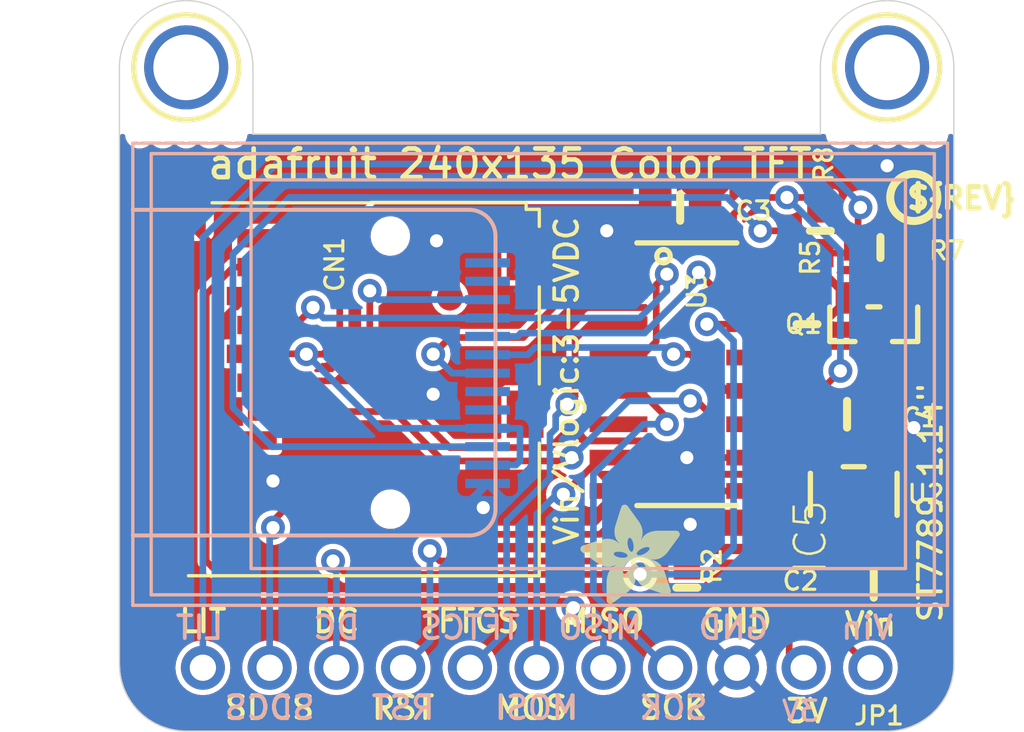
<source format=kicad_pcb>
(kicad_pcb (version 20221018) (generator pcbnew)
  (layers (0 "F.Cu" signal) (31 "B.Cu" signal) (34 "B.Paste" user) (35 "F.Paste" user) (36 "B.SilkS" user "B.Silkscreen") (37 "F.SilkS" user "F.Silkscreen") (38 "B.Mask" user) (39 "F.Mask" user) (44 "Edge.Cuts" user))
  (net 0 "")
  (net 1 "GND")
  (net 2 "3.3V")
  (net 3 "TFTCS_3V")
  (net 4 "SCK")
  (net 5 "MOSI")
  (net 6 "DC")
  (net 7 "SCK_3V")
  (net 8 "~{TFTRST_3V}")
  (net 9 "DC_3V")
  (net 10 "VIN")
  (net 11 "SDCS")
  (net 12 "N$1")
  (net 13 "LED_K")
  (net 14 "N$5")
  (net 15 "MISO_3V")
  (net 16 "MOSI_3V")
  (net 17 "SDCS_3V")
  (net 18 "~{TFTRST}")
  (net 19 "BACKLIGHT")
  (net 20 "TFTCS")
  (footprint "" (layer "F.Cu") (at 161.8361 96.1771)
    (fp_text reference "@HOLE7" hide)
    (fp_text value "" (at 0 0) (layer "F.SilkS") (effects (font (size 1.27 1.27))))
    (pad "" np_thru_hole circle (at 0 0) (size 0.6 0.6) (drill 0.6) (layers "*.Cu" "*.Mask"))
  )
  (footprint "working:0603-NO" (layer "F.Cu") (at 154.2161 113.4491 -90)
    (fp_text reference "R2" (at -1.5875 -0.9525 90) (layer "F.SilkS") (effects (font (size 0.692831 0.692831) (thickness 0.119969)) (justify right)))
    (fp_text value "10K")
    (pad "1" smd rect (at -0.85 0 270) (size 1.075 1) (layers "F.Cu" "F.Paste" "F.Mask") (net 18 "~{TFTRST}"))
    (pad "2" smd rect (at 0.85 0 270) (size 1.075 1) (layers "F.Cu" "F.Paste" "F.Mask") (net 2 "3.3V"))
  )
  (footprint "working:0805-NO" (layer "F.Cu") (at 160.3121 106.8451)
    (fp_text reference "C1" (at 2.032 0.127) (layer "F.SilkS") (effects (font (size 0.692831 0.692831) (thickness 0.119969)) (justify left)))
    (fp_text value "10µF")
    (pad "1" smd rect (at -0.95 0) (size 1.24 1.5) (layers "F.Cu" "F.Paste" "F.Mask") (net 2 "3.3V"))
    (pad "2" smd rect (at 0.95 0) (size 1.24 1.5) (layers "F.Cu" "F.Paste" "F.Mask") (net 1 "GND"))
  )
  (footprint "working:SOT23-5" (layer "F.Cu") (at 160.5661 109.8931)
    (fp_text reference "U2" (at 1.978 0) (layer "F.SilkS") (effects (font (size 0.692831 0.692831) (thickness 0.119969)) (justify left)))
    (fp_text value "MIC5225-3.3")
    (pad "1" smd rect (at -0.95 1.3001) (size 0.55 1.2) (layers "F.Cu" "F.Paste" "F.Mask") (net 10 "VIN"))
    (pad "2" smd rect (at 0 1.3001) (size 0.55 1.2) (layers "F.Cu" "F.Paste" "F.Mask") (net 1 "GND"))
    (pad "3" smd rect (at 0.95 1.3001) (size 0.55 1.2) (layers "F.Cu" "F.Paste" "F.Mask") (net 10 "VIN"))
    (pad "4" smd rect (at 0.95 -1.3001) (size 0.55 1.2) (layers "F.Cu" "F.Paste" "F.Mask"))
    (pad "5" smd rect (at -0.95 -1.3001) (size 0.55 1.2) (layers "F.Cu" "F.Paste" "F.Mask") (net 2 "3.3V"))
  )
  (footprint "" (layer "F.Cu") (at 135.1661 96.1771)
    (fp_text reference "@HOLE2" hide)
    (fp_text value "" (at 0 0) (layer "F.SilkS") (effects (font (size 1.27 1.27))))
    (pad "" np_thru_hole circle (at 0 0) (size 0.6 0.6) (drill 0.6) (layers "*.Cu" "*.Mask"))
  )
  (footprint "working:0603-NO" (layer "F.Cu") (at 161.5821 100.4951)
    (fp_text reference "R7" (at 1.778 0.127) (layer "F.SilkS") (effects (font (size 0.692831 0.692831) (thickness 0.119969)) (justify left)))
    (fp_text value "1K")
    (pad "1" smd rect (at -0.85 0) (size 1.075 1) (layers "F.Cu" "F.Paste" "F.Mask") (net 19 "BACKLIGHT"))
    (pad "2" smd rect (at 0.85 0) (size 1.075 1) (layers "F.Cu" "F.Paste" "F.Mask") (net 12 "N$1"))
  )
  (footprint "working:0805-NO" (layer "F.Cu") (at 161.3281 113.3221 180)
    (fp_text reference "C2" (at 2.032 0.127) (layer "F.SilkS") (effects (font (size 0.692831 0.692831) (thickness 0.119969)) (justify right)))
    (fp_text value "10µF")
    (pad "1" smd rect (at -0.95 0 180) (size 1.24 1.5) (layers "F.Cu" "F.Paste" "F.Mask") (net 10 "VIN"))
    (pad "2" smd rect (at 0.95 0 180) (size 1.24 1.5) (layers "F.Cu" "F.Paste" "F.Mask") (net 1 "GND"))
  )
  (footprint "working:MICROSD" (layer "F.Cu") (at 148.5011 98.8441 -90)
    (fp_text reference "CN1" (at 1.18 7.69 90) (layer "F.SilkS") (effects (font (size 0.692831 0.692831) (thickness 0.119969)) (justify right)))
    (fp_text value "")
    (pad "1" smd rect (at 9 10.64 270) (size 0.7 1.5) (layers "F.Cu" "F.Paste" "F.Mask"))
    (pad "2" smd rect (at 7.9 10.24 270) (size 0.7 1.5) (layers "F.Cu" "F.Paste" "F.Mask") (net 17 "SDCS_3V"))
    (pad "3" smd rect (at 6.8 10.64 270) (size 0.7 1.5) (layers "F.Cu" "F.Paste" "F.Mask") (net 16 "MOSI_3V"))
    (pad "4" smd rect (at 5.7 11.04 270) (size 0.7 1.5) (layers "F.Cu" "F.Paste" "F.Mask") (net 2 "3.3V"))
    (pad "5" smd rect (at 4.6 10.64 270) (size 0.7 1.5) (layers "F.Cu" "F.Paste" "F.Mask") (net 7 "SCK_3V"))
    (pad "6" smd rect (at 3.5 11.04 270) (size 0.7 1.5) (layers "F.Cu" "F.Paste" "F.Mask") (net 1 "GND"))
    (pad "7" smd rect (at 2.4 10.64 270) (size 0.7 1.5) (layers "F.Cu" "F.Paste" "F.Mask") (net 15 "MISO_3V"))
    (pad "8" smd rect (at 1.3 10.64 270) (size 0.7 1.5) (layers "F.Cu" "F.Paste" "F.Mask"))
    (pad "CD1" smd rect (at 2 0.44) (size 1.4 1.8) (layers "F.Cu" "F.Paste" "F.Mask"))
    (pad "CD2" smd rect (at 8 0.44) (size 1.4 1.8) (layers "F.Cu" "F.Paste" "F.Mask"))
    (pad "MT1" smd rect (at 0.4 13.54 270) (size 1.4 1.9) (layers "F.Cu" "F.Paste" "F.Mask") (net 1 "GND"))
    (pad "MT2" smd rect (at 13.6 14.44 270) (size 1.4 1.9) (layers "F.Cu" "F.Paste" "F.Mask") (net 1 "GND"))
  )
  (footprint "working:1X11_ROUND" (layer "F.Cu") (at 148.5011 116.4971 180)
    (fp_text reference "JP1" (at -14.0462 -1.8288) (layer "F.SilkS") (effects (font (size 0.692831 0.692831) (thickness 0.119969)) (justify right)))
    (fp_text value "")
    (pad "1" thru_hole circle (at -12.7 0 270) (size 1.6764 1.6764) (drill 1) (layers "*.Cu" "*.Mask") (net 10 "VIN"))
    (pad "2" thru_hole circle (at -10.16 0 270) (size 1.6764 1.6764) (drill 1) (layers "*.Cu" "*.Mask") (net 2 "3.3V"))
    (pad "3" thru_hole circle (at -7.62 0 270) (size 1.6764 1.6764) (drill 1) (layers "*.Cu" "*.Mask") (net 1 "GND"))
    (pad "4" thru_hole circle (at -5.08 0 270) (size 1.6764 1.6764) (drill 1) (layers "*.Cu" "*.Mask") (net 4 "SCK"))
    (pad "5" thru_hole circle (at -2.54 0 270) (size 1.6764 1.6764) (drill 1) (layers "*.Cu" "*.Mask") (net 15 "MISO_3V"))
    (pad "6" thru_hole circle (at 0 0 270) (size 1.6764 1.6764) (drill 1) (layers "*.Cu" "*.Mask") (net 5 "MOSI"))
    (pad "7" thru_hole circle (at 2.54 0 270) (size 1.6764 1.6764) (drill 1) (layers "*.Cu" "*.Mask") (net 20 "TFTCS"))
    (pad "8" thru_hole circle (at 5.08 0 270) (size 1.6764 1.6764) (drill 1) (layers "*.Cu" "*.Mask") (net 18 "~{TFTRST}"))
    (pad "9" thru_hole circle (at 7.62 0 270) (size 1.6764 1.6764) (drill 1) (layers "*.Cu" "*.Mask") (net 6 "DC"))
    (pad "10" thru_hole circle (at 10.16 0 270) (size 1.6764 1.6764) (drill 1) (layers "*.Cu" "*.Mask") (net 11 "SDCS"))
    (pad "11" thru_hole circle (at 12.7 0 270) (size 1.6764 1.6764) (drill 1) (layers "*.Cu" "*.Mask") (net 19 "BACKLIGHT"))
  )
  (footprint "working:0603-NO" (layer "F.Cu") (at 158.7881 103.4161 90)
    (fp_text reference "R5" (at 1.778 0.127 90) (layer "F.SilkS") (effects (font (size 0.692831 0.692831) (thickness 0.119969)) (justify left)))
    (fp_text value "22")
    (pad "1" smd rect (at -0.85 0 90) (size 1.075 1) (layers "F.Cu" "F.Paste" "F.Mask") (net 14 "N$5"))
    (pad "2" smd rect (at 0.85 0 90) (size 1.075 1) (layers "F.Cu" "F.Paste" "F.Mask") (net 13 "LED_K"))
  )
  (footprint "" (layer "F.Cu") (at 163.6141 96.1771)
    (fp_text reference "@HOLE5" hide)
    (fp_text value "" (at 0 0) (layer "F.SilkS") (effects (font (size 1.27 1.27))))
    (pad "" np_thru_hole circle (at 0 0) (size 0.6 0.6) (drill 0.6) (layers "*.Cu" "*.Mask"))
  )
  (footprint "" (layer "F.Cu") (at 136.0551 96.1771)
    (fp_text reference "@HOLE1" hide)
    (fp_text value "" (at 0 0) (layer "F.SilkS") (effects (font (size 1.27 1.27))))
    (pad "" np_thru_hole circle (at 0 0) (size 0.6 0.6) (drill 0.6) (layers "*.Cu" "*.Mask"))
  )
  (footprint "working:FIDUCIAL_1MM" (layer "F.Cu") (at 134.1501 110.1471)
    (fp_text reference "FID1" hide)
    (fp_text value "FIDUCIAL_1MM" hide)
    (pad "1" smd roundrect (at 0 0) (size 1 1) (layers "F.Cu" "F.Mask") (roundrect_rratio 0.5))
  )
  (footprint "working:PCBFEAT-REV-040" (layer "F.Cu") (at 162.8521 98.5901)
    (fp_text reference "U$6" hide)
    (fp_text value "" hide)
    (fp_text user "${REV}" (at -0.3556 0.508) (layer "F.SilkS") (effects (font (size 0.8128 0.8128) (thickness 0.2032)) (justify left bottom)))
  )
  (footprint "" (layer "F.Cu") (at 136.9441 96.1771)
    (fp_text reference "@HOLE0" hide)
    (fp_text value "" (at 0 0) (layer "F.SilkS") (effects (font (size 1.27 1.27))))
    (pad "" np_thru_hole circle (at 0 0) (size 0.6 0.6) (drill 0.6) (layers "*.Cu" "*.Mask"))
  )
  (footprint "working:MOUNTINGHOLE_2.5_PLATED" (layer "F.Cu") (at 161.8361 93.6371)
    (fp_text reference "U$10" hide)
    (fp_text value "MOUNTINGHOLE2.5" hide)
    (pad "P$1" thru_hole circle (at 0 0) (size 3.2 3.2) (drill 2.5) (layers "*.Cu" "*.Mask"))
    (zone (net 0) (net_name "") (layer "F.Cu") (connect_pads (clearance 0)) (min_thickness 0.25)
      (keepout (tracks not_allowed) (vias not_allowed) (pads not_allowed) (copperpour not_allowed) (footprints allowed))
      (fill (thermal_gap 0.5) (thermal_bridge_width 0.5))
      (polygon (pts (xy 163.8521 93.6371) (xy 163.83248 93.356527) (xy 163.774004 93.081415) (xy 163.677808 92.817119) (xy 163.545765 92.568783) (xy 163.380446 92.34124) (xy 163.185067 92.13892) (xy 162.963433 91.96576) (xy 162.719856 91.825131) (xy 162.459078 91.71977) (xy 162.186175 91.651728) (xy 161.906457 91.622328) (xy 161.625371 91.632144) (xy 161.348385 91.680984) (xy 161.080893 91.767897) (xy 160.8281 91.891193) (xy 160.594926 92.04847) (xy 160.385911 92.236669) (xy 160.205122 92.452125) (xy 160.056078 92.690645) (xy 159.94168 92.947587) (xy 159.864154 93.21795) (xy 159.825011 93.496471) (xy 159.825011 93.777729) (xy 159.864154 94.05625) (xy 159.94168 94.326613) (xy 160.056078 94.583555) (xy 160.205122 94.822075) (xy 160.385911 95.037531) (xy 160.594926 95.22573) (xy 160.8281 95.383007) (xy 161.080893 95.506303) (xy 161.348385 95.593216) (xy 161.625371 95.642056) (xy 161.906457 95.651872) (xy 162.186175 95.622472) (xy 162.459078 95.55443) (xy 162.719856 95.449069) (xy 162.963433 95.30844) (xy 163.185067 95.13528) (xy 163.380446 94.93296) (xy 163.545765 94.705417) (xy 163.677808 94.457081) (xy 163.774004 94.192785) (xy 163.83248 93.917673)))
      (polygon (pts (xy 161.8201 93.6371) (xy 161.824786 93.648414) (xy 161.8361 93.6531) (xy 161.847414 93.648414) (xy 161.8521 93.6371) (xy 161.847414 93.625786) (xy 161.8361 93.6211) (xy 161.824786 93.625786)))
    )
    (zone (net 0) (net_name "") (layer "B.Cu") (connect_pads (clearance 0)) (min_thickness 0.25)
      (keepout (tracks not_allowed) (vias not_allowed) (pads not_allowed) (copperpour not_allowed) (footprints allowed))
      (fill (thermal_gap 0.5) (thermal_bridge_width 0.5))
      (polygon (pts (xy 163.8521 93.6371) (xy 163.83248 93.356527) (xy 163.774004 93.081415) (xy 163.677808 92.817119) (xy 163.545765 92.568783) (xy 163.380446 92.34124) (xy 163.185067 92.13892) (xy 162.963433 91.96576) (xy 162.719856 91.825131) (xy 162.459078 91.71977) (xy 162.186175 91.651728) (xy 161.906457 91.622328) (xy 161.625371 91.632144) (xy 161.348385 91.680984) (xy 161.080893 91.767897) (xy 160.8281 91.891193) (xy 160.594926 92.04847) (xy 160.385911 92.236669) (xy 160.205122 92.452125) (xy 160.056078 92.690645) (xy 159.94168 92.947587) (xy 159.864154 93.21795) (xy 159.825011 93.496471) (xy 159.825011 93.777729) (xy 159.864154 94.05625) (xy 159.94168 94.326613) (xy 160.056078 94.583555) (xy 160.205122 94.822075) (xy 160.385911 95.037531) (xy 160.594926 95.22573) (xy 160.8281 95.383007) (xy 161.080893 95.506303) (xy 161.348385 95.593216) (xy 161.625371 95.642056) (xy 161.906457 95.651872) (xy 162.186175 95.622472) (xy 162.459078 95.55443) (xy 162.719856 95.449069) (xy 162.963433 95.30844) (xy 163.185067 95.13528) (xy 163.380446 94.93296) (xy 163.545765 94.705417) (xy 163.677808 94.457081) (xy 163.774004 94.192785) (xy 163.83248 93.917673)))
      (polygon (pts (xy 161.8201 93.6371) (xy 161.824786 93.648414) (xy 161.8361 93.6531) (xy 161.847414 93.648414) (xy 161.8521 93.6371) (xy 161.847414 93.625786) (xy 161.8361 93.6211) (xy 161.824786 93.625786)))
    )
  )
  (footprint "" (layer "F.Cu") (at 162.7251 96.1771)
    (fp_text reference "@HOLE6" hide)
    (fp_text value "" (at 0 0) (layer "F.SilkS") (effects (font (size 1.27 1.27))))
    (pad "" np_thru_hole circle (at 0 0) (size 0.6 0.6) (drill 0.6) (layers "*.Cu" "*.Mask"))
  )
  (footprint "working:ADAFRUIT_3.5MM" (layer "F.Cu") (at 153.9621 114.0841 90)
    (fp_text reference "U$4" hide)
    (fp_text value "MICROSD" hide)
  )
  (footprint "" (layer "F.Cu") (at 133.3881 96.1771)
    (fp_text reference "@HOLE4" hide)
    (fp_text value "" (at 0 0) (layer "F.SilkS") (effects (font (size 1.27 1.27))))
    (pad "" np_thru_hole circle (at 0 0) (size 0.6 0.6) (drill 0.6) (layers "*.Cu" "*.Mask"))
  )
  (footprint "working:0805-NO" (layer "F.Cu") (at 153.9621 98.9711)
    (fp_text reference "C3" (at 2.032 0.127) (layer "F.SilkS") (effects (font (size 0.692831 0.692831) (thickness 0.119969)) (justify left)))
    (fp_text value "0.1uF")
    (pad "1" smd rect (at -0.95 0) (size 1.24 1.5) (layers "F.Cu" "F.Paste" "F.Mask") (net 2 "3.3V"))
    (pad "2" smd rect (at 0.95 0) (size 1.24 1.5) (layers "F.Cu" "F.Paste" "F.Mask") (net 1 "GND"))
  )
  (footprint "working:SOT23" (layer "F.Cu") (at 157.0101 111.9251 -90)
    (fp_text reference "IC5" (at -1.905 -1.905 90) (layer "F.SilkS") (effects (font (size 1.176528 1.176528) (thickness 0.093472)) (justify right)))
    (fp_text value "APX803")
    (pad "1" smd rect (at -0.95 1.1 270) (size 1 1.4) (layers "F.Cu" "F.Paste" "F.Mask") (net 1 "GND"))
    (pad "2" smd rect (at 0.95 1.1 270) (size 1 1.4) (layers "F.Cu" "F.Paste" "F.Mask") (net 18 "~{TFTRST}"))
    (pad "3" smd rect (at 0 -1.1 270) (size 1 1.4) (layers "F.Cu" "F.Paste" "F.Mask") (net 2 "3.3V"))
  )
  (footprint "" (layer "F.Cu") (at 160.0581 96.1771)
    (fp_text reference "@HOLE9" hide)
    (fp_text value "" (at 0 0) (layer "F.SilkS") (effects (font (size 1.27 1.27))))
    (pad "" np_thru_hole circle (at 0 0) (size 0.6 0.6) (drill 0.6) (layers "*.Cu" "*.Mask"))
  )
  (footprint "working:FIDUCIAL_1MM" (layer "F.Cu") (at 145.1991 102.4001)
    (fp_text reference "FID2" hide)
    (fp_text value "FIDUCIAL_1MM" hide)
    (pad "1" smd roundrect (at 0 0) (size 1 1) (layers "F.Cu" "F.Mask") (roundrect_rratio 0.5))
  )
  (footprint "" (layer "F.Cu") (at 160.9471 96.1771)
    (fp_text reference "@HOLE8" hide)
    (fp_text value "" (at 0 0) (layer "F.SilkS") (effects (font (size 1.27 1.27))))
    (pad "" np_thru_hole circle (at 0 0) (size 0.6 0.6) (drill 0.6) (layers "*.Cu" "*.Mask"))
  )
  (footprint "working:SOIC16" (layer "F.Cu") (at 154.2161 105.3211 -90)
    (fp_text reference "U3" (at -3.937 -0.381 90) (layer "F.SilkS") (effects (font (size 0.692831 0.692831) (thickness 0.119969)) (justify right)))
    (fp_text value "74HC4050D")
    (pad "1" smd rect (at -4.445 2.6 270) (size 0.6 2.2) (layers "F.Cu" "F.Paste" "F.Mask") (net 2 "3.3V"))
    (pad "2" smd rect (at -3.175 2.6 270) (size 0.6 2.2) (layers "F.Cu" "F.Paste" "F.Mask") (net 3 "TFTCS_3V"))
    (pad "3" smd rect (at -1.905 2.6 270) (size 0.6 2.2) (layers "F.Cu" "F.Paste" "F.Mask") (net 20 "TFTCS"))
    (pad "4" smd rect (at -0.635 2.6 270) (size 0.6 2.2) (layers "F.Cu" "F.Paste" "F.Mask") (net 7 "SCK_3V"))
    (pad "5" smd rect (at 0.635 2.6 270) (size 0.6 2.2) (layers "F.Cu" "F.Paste" "F.Mask") (net 4 "SCK"))
    (pad "6" smd rect (at 1.905 2.6 270) (size 0.6 2.2) (layers "F.Cu" "F.Paste" "F.Mask") (net 16 "MOSI_3V"))
    (pad "7" smd rect (at 3.175 2.6 270) (size 0.6 2.2) (layers "F.Cu" "F.Paste" "F.Mask") (net 5 "MOSI"))
    (pad "8" smd rect (at 4.445 2.6 270) (size 0.6 2.2) (layers "F.Cu" "F.Paste" "F.Mask") (net 1 "GND"))
    (pad "9" smd rect (at 4.445 -2.6 270) (size 0.6 2.2) (layers "F.Cu" "F.Paste" "F.Mask") (net 11 "SDCS"))
    (pad "10" smd rect (at 3.175 -2.6 270) (size 0.6 2.2) (layers "F.Cu" "F.Paste" "F.Mask") (net 17 "SDCS_3V"))
    (pad "11" smd rect (at 1.905 -2.6 270) (size 0.6 2.2) (layers "F.Cu" "F.Paste" "F.Mask") (net 18 "~{TFTRST}"))
    (pad "12" smd rect (at 0.635 -2.6 270) (size 0.6 2.2) (layers "F.Cu" "F.Paste" "F.Mask") (net 8 "~{TFTRST_3V}"))
    (pad "13" smd rect (at -0.635 -2.6 270) (size 0.6 2.2) (layers "F.Cu" "F.Paste" "F.Mask"))
    (pad "14" smd rect (at -1.905 -2.6 270) (size 0.6 2.2) (layers "F.Cu" "F.Paste" "F.Mask") (net 6 "DC"))
    (pad "15" smd rect (at -3.175 -2.6 270) (size 0.6 2.2) (layers "F.Cu" "F.Paste" "F.Mask") (net 9 "DC_3V"))
    (pad "16" smd rect (at -4.445 -2.6 270) (size 0.6 2.2) (layers "F.Cu" "F.Paste" "F.Mask"))
  )
  (footprint "working:0603-NO" (layer "F.Cu") (at 159.2961 99.8601 90)
    (fp_text reference "R8" (at 1.778 0.127 90) (layer "F.SilkS") (effects (font (size 0.692831 0.692831) (thickness 0.119969)) (justify left)))
    (fp_text value "10K")
    (pad "1" smd rect (at -0.85 0 90) (size 1.075 1) (layers "F.Cu" "F.Paste" "F.Mask") (net 19 "BACKLIGHT"))
    (pad "2" smd rect (at 0.85 0 90) (size 1.075 1) (layers "F.Cu" "F.Paste" "F.Mask") (net 2 "3.3V"))
  )
  (footprint "working:SOT23-WIDE" (layer "F.Cu") (at 161.3281 103.4161 180)
    (fp_text reference "Q1" (at 1.905 0) (layer "F.SilkS") (effects (font (size 0.692831 0.692831) (thickness 0.119969)) (justify right)))
    (fp_text value "MMBT2222")
    (pad "1" smd rect (at -0.95 1 180) (size 1 1.2) (layers "F.Cu" "F.Paste" "F.Mask") (net 12 "N$1"))
    (pad "2" smd rect (at 0.95 1 180) (size 1 1.2) (layers "F.Cu" "F.Paste" "F.Mask") (net 1 "GND"))
    (pad "3" smd rect (at 0 -1 180) (size 1 1.2) (layers "F.Cu" "F.Paste" "F.Mask") (net 14 "N$5"))
  )
  (footprint "" (layer "F.Cu") (at 134.2771 96.1771)
    (fp_text reference "@HOLE3" hide)
    (fp_text value "" (at 0 0) (layer "F.SilkS") (effects (font (size 1.27 1.27))))
    (pad "" np_thru_hole circle (at 0 0) (size 0.6 0.6) (drill 0.6) (layers "*.Cu" "*.Mask"))
  )
  (footprint "working:MOUNTINGHOLE_2.5_PLATED" (layer "F.Cu") (at 135.1661 93.6371)
    (fp_text reference "U$9" hide)
    (fp_text value "MOUNTINGHOLE2.5" hide)
    (pad "P$1" thru_hole circle (at 0 0) (size 3.2 3.2) (drill 2.5) (layers "*.Cu" "*.Mask"))
    (zone (net 0) (net_name "") (layer "F.Cu") (connect_pads (clearance 0)) (min_thickness 0.25)
      (keepout (tracks not_allowed) (vias not_allowed) (pads not_allowed) (copperpour not_allowed) (footprints allowed))
      (fill (thermal_gap 0.5) (thermal_bridge_width 0.5))
      (polygon (pts (xy 137.1821 93.6371) (xy 137.16248 93.356527) (xy 137.104004 93.081415) (xy 137.007808 92.817119) (xy 136.875765 92.568783) (xy 136.710446 92.34124) (xy 136.515067 92.13892) (xy 136.293433 91.96576) (xy 136.049856 91.825131) (xy 135.789078 91.71977) (xy 135.516175 91.651728) (xy 135.236457 91.622328) (xy 134.955371 91.632144) (xy 134.678385 91.680984) (xy 134.410893 91.767897) (xy 134.1581 91.891193) (xy 133.924926 92.04847) (xy 133.715911 92.236669) (xy 133.535122 92.452125) (xy 133.386078 92.690645) (xy 133.27168 92.947587) (xy 133.194154 93.21795) (xy 133.155011 93.496471) (xy 133.155011 93.777729) (xy 133.194154 94.05625) (xy 133.27168 94.326613) (xy 133.386078 94.583555) (xy 133.535122 94.822075) (xy 133.715911 95.037531) (xy 133.924926 95.22573) (xy 134.1581 95.383007) (xy 134.410893 95.506303) (xy 134.678385 95.593216) (xy 134.955371 95.642056) (xy 135.236457 95.651872) (xy 135.516175 95.622472) (xy 135.789078 95.55443) (xy 136.049856 95.449069) (xy 136.293433 95.30844) (xy 136.515067 95.13528) (xy 136.710446 94.93296) (xy 136.875765 94.705417) (xy 137.007808 94.457081) (xy 137.104004 94.192785) (xy 137.16248 93.917673)))
      (polygon (pts (xy 135.1501 93.6371) (xy 135.154786 93.648414) (xy 135.1661 93.6531) (xy 135.177414 93.648414) (xy 135.1821 93.6371) (xy 135.177414 93.625786) (xy 135.1661 93.6211) (xy 135.154786 93.625786)))
    )
    (zone (net 0) (net_name "") (layer "B.Cu") (connect_pads (clearance 0)) (min_thickness 0.25)
      (keepout (tracks not_allowed) (vias not_allowed) (pads not_allowed) (copperpour not_allowed) (footprints allowed))
      (fill (thermal_gap 0.5) (thermal_bridge_width 0.5))
      (polygon (pts (xy 137.1821 93.6371) (xy 137.16248 93.356527) (xy 137.104004 93.081415) (xy 137.007808 92.817119) (xy 136.875765 92.568783) (xy 136.710446 92.34124) (xy 136.515067 92.13892) (xy 136.293433 91.96576) (xy 136.049856 91.825131) (xy 135.789078 91.71977) (xy 135.516175 91.651728) (xy 135.236457 91.622328) (xy 134.955371 91.632144) (xy 134.678385 91.680984) (xy 134.410893 91.767897) (xy 134.1581 91.891193) (xy 133.924926 92.04847) (xy 133.715911 92.236669) (xy 133.535122 92.452125) (xy 133.386078 92.690645) (xy 133.27168 92.947587) (xy 133.194154 93.21795) (xy 133.155011 93.496471) (xy 133.155011 93.777729) (xy 133.194154 94.05625) (xy 133.27168 94.326613) (xy 133.386078 94.583555) (xy 133.535122 94.822075) (xy 133.715911 95.037531) (xy 133.924926 95.22573) (xy 134.1581 95.383007) (xy 134.410893 95.506303) (xy 134.678385 95.593216) (xy 134.955371 95.642056) (xy 135.236457 95.651872) (xy 135.516175 95.622472) (xy 135.789078 95.55443) (xy 136.049856 95.449069) (xy 136.293433 95.30844) (xy 136.515067 95.13528) (xy 136.710446 94.93296) (xy 136.875765 94.705417) (xy 137.007808 94.457081) (xy 137.104004 94.192785) (xy 137.16248 93.917673)))
      (polygon (pts (xy 135.1501 93.6371) (xy 135.154786 93.648414) (xy 135.1661 93.6531) (xy 135.177414 93.648414) (xy 135.1821 93.6371) (xy 135.177414 93.625786) (xy 135.1661 93.6211) (xy 135.154786 93.625786)))
    )
  )
  (footprint "working:TFT_1.14IN_240X135_WRAPUNDER" (layer "B.Cu") (at 133.1341 105.3211 90)
    (fp_text reference "DISP1" hide)
    (fp_text value "DISP_LCD_GENERIC_SPI_1.14IN_240X135_WRAPUNDER" hide)
    (pad "" np_thru_hole circle (at -5.14 9.8 90) (size 1 1) (drill 1) (layers "*.Cu" "*.Mask"))
    (pad "" np_thru_hole circle (at 5.26 9.8 90) (size 1 1) (drill 1) (layers "*.Cu" "*.Mask"))
    (pad "1" smd rect (at 4.24 13.5 180) (size 1.7 0.35) (layers "B.Cu" "B.Mask"))
    (pad "2" smd rect (at 3.54 13.5 180) (size 1.7 0.35) (layers "B.Cu" "B.Mask"))
    (pad "3" smd rect (at 2.84 13.5 180) (size 1.7 0.35) (layers "B.Cu" "B.Mask") (net 16 "MOSI_3V"))
    (pad "4" smd rect (at 2.14 13.5 180) (size 1.7 0.35) (layers "B.Cu" "B.Mask") (net 7 "SCK_3V"))
    (pad "5" smd rect (at 1.44 13.5 180) (size 1.7 0.35) (layers "B.Cu" "B.Mask") (net 9 "DC_3V"))
    (pad "6" smd rect (at 0.74 13.5 180) (size 1.7 0.35) (layers "B.Cu" "B.Mask") (net 8 "~{TFTRST_3V}"))
    (pad "7" smd rect (at 0.04 13.5 180) (size 1.7 0.35) (layers "B.Cu" "B.Mask") (net 3 "TFTCS_3V"))
    (pad "8" smd rect (at -0.66 13.5 180) (size 1.7 0.35) (layers "B.Cu" "B.Mask") (net 1 "GND"))
    (pad "9" smd rect (at -1.36 13.5 180) (size 1.7 0.35) (layers "B.Cu" "B.Mask"))
    (pad "10" smd rect (at -2.06 13.5 180) (size 1.7 0.35) (layers "B.Cu" "B.Mask") (net 2 "3.3V"))
    (pad "11" smd rect (at -2.76 13.5 180) (size 1.7 0.35) (layers "B.Cu" "B.Mask") (net 13 "LED_K"))
    (pad "12" smd rect (at -3.46 13.5 180) (size 1.7 0.35) (layers "B.Cu" "B.Mask") (net 2 "3.3V"))
    (pad "13" smd rect (at -4.16 13.5 180) (size 1.7 0.35) (layers "B.Cu" "B.Mask") (net 1 "GND"))
  )
  (gr_arc (start 164.3761 116.3701) (mid 163.632151 118.166151) (end 161.8361 118.9101) (stroke (width 0.05)) (layer "Edge.Cuts"))
  (gr_line (start 164.3761 116.3701) (end 164.3761 93.6371) (stroke (width 0.05)) (layer "Edge.Cuts"))
  (gr_line (start 137.7061 93.6371) (end 137.7061 96.1771) (stroke (width 0.05)) (layer "Edge.Cuts"))
  (gr_arc (start 161.8361 91.0971) (mid 163.632151 91.841049) (end 164.3761 93.6371) (stroke (width 0.05)) (layer "Edge.Cuts"))
  (gr_line (start 159.2961 93.6371) (end 159.2961 96.1771) (stroke (width 0.05)) (layer "Edge.Cuts"))
  (gr_arc (start 159.2961 93.6371) (mid 160.040049 91.841049) (end 161.8361 91.0971) (stroke (width 0.05)) (layer "Edge.Cuts"))
  (gr_line (start 132.6261 116.3701) (end 132.6261 93.6371) (stroke (width 0.05)) (layer "Edge.Cuts"))
  (gr_arc (start 135.1661 91.0971) (mid 136.962151 91.841049) (end 137.706099 93.637101) (stroke (width 0.05)) (layer "Edge.Cuts"))
  (gr_arc (start 135.1661 118.9101) (mid 133.370049 118.166151) (end 132.6261 116.3701) (stroke (width 0.05)) (layer "Edge.Cuts"))
  (gr_line (start 135.1661 118.9101) (end 161.8361 118.9101) (stroke (width 0.05)) (layer "Edge.Cuts"))
  (gr_line (start 159.2961 96.1771) (end 137.7061 96.1771) (stroke (width 0.05)) (layer "Edge.Cuts"))
  (gr_arc (start 132.6261 93.6371) (mid 133.370049 91.841049) (end 135.1661 91.0971) (stroke (width 0.05)) (layer "Edge.Cuts"))
  (gr_text "RST" (at 143.4211 118.0211) (layer "B.SilkS") (effects (font (size 0.87376 0.87376) (thickness 0.14224)) (justify mirror)))
  (gr_text "DC" (at 140.8811 114.9731) (layer "B.SilkS") (effects (font (size 0.87376 0.87376) (thickness 0.14224)) (justify mirror)))
  (gr_text "SCK" (at 153.7081 118.0211) (layer "B.SilkS") (effects (font (size 0.87376 0.87376) (thickness 0.14224)) (justify mirror)))
  (gr_text "MISO" (at 150.9141 114.9731) (layer "B.SilkS") (effects (font (size 0.87376 0.87376) (thickness 0.14224)) (justify mirror)))
  (gr_text "LIT" (at 135.6741 114.9731) (layer "B.SilkS") (effects (font (size 0.87376 0.87376) (thickness 0.14224)) (justify mirror)))
  (gr_text "SDCS" (at 138.3411 118.0211) (layer "B.SilkS") (effects (font (size 0.87376 0.87376) (thickness 0.14224)) (justify mirror)))
  (gr_text "MOSI" (at 148.5011 118.0211) (layer "B.SilkS") (effects (font (size 0.87376 0.87376) (thickness 0.14224)) (justify mirror)))
  (gr_text "GND" (at 155.9941 114.9731) (layer "B.SilkS") (effects (font (size 0.87376 0.87376) (thickness 0.14224)) (justify mirror)))
  (gr_text "3V" (at 158.5341 118.1481) (layer "B.SilkS") (effects (font (size 0.76454 0.76454) (thickness 0.12446)) (justify mirror)))
  (gr_text "Vin" (at 161.0741 114.9731) (layer "B.SilkS") (effects (font (size 0.87376 0.87376) (thickness 0.14224)) (justify mirror)))
  (gr_text "TFTCS" (at 145.9611 114.9731) (layer "B.SilkS") (effects (font (size 0.87376 0.87376) (thickness 0.14224)) (justify mirror)))
  (gr_text "3V" (at 158.7881 118.1481) (layer "F.SilkS") (effects (font (size 0.8636 0.8636) (thickness 0.1524))))
  (gr_text "SCK" (at 153.7081 118.0211) (layer "F.SilkS") (effects (font (size 0.8636 0.8636) (thickness 0.1524))))
  (gr_text "MOSI" (at 148.5011 118.0211) (layer "F.SilkS") (effects (font (size 0.8636 0.8636) (thickness 0.1524))))
  (gr_text "Vin" (at 161.2011 114.8461) (layer "F.SilkS") (effects (font (size 0.8636 0.8636) (thickness 0.1524))))
  (gr_text "LIT" (at 135.8011 114.7191) (layer "F.SilkS") (effects (font (size 0.8636 0.8636) (thickness 0.1524))))
  (gr_text "ST7789 1.14\"" (at 163.9951 114.8461 90) (layer "F.SilkS") (effects (font (size 0.87376 0.87376) (thickness 0.14224)) (justify left bottom)))
  (gr_text "DC" (at 140.8811 114.7191) (layer "F.SilkS") (effects (font (size 0.8636 0.8636) (thickness 0.1524))))
  (gr_text "GND" (at 156.1211 114.7191) (layer "F.SilkS") (effects (font (size 0.8636 0.8636) (thickness 0.1524))))
  (gr_text "RST" (at 143.4211 118.0211) (layer "F.SilkS") (effects (font (size 0.8636 0.8636) (thickness 0.1524))))
  (gr_text "SDCS" (at 138.3411 118.0211) (layer "F.SilkS") (effects (font (size 0.8636 0.8636) (thickness 0.1524))))
  (gr_text "TFTCS" (at 145.9611 114.7191) (layer "F.SilkS") (effects (font (size 0.8636 0.8636) (thickness 0.1524))))
  (gr_text "MISO" (at 151.0411 114.7191) (layer "F.SilkS") (effects (font (size 0.8636 0.8636) (thickness 0.1524))))
  (gr_text "Vin/Vlogic:3-5VDC" (at 149.6441 105.5751 90) (layer "F.SilkS") (effects (font (size 0.87376 0.87376) (thickness 0.14224))))
  (gr_text "adafruit 240x135 Color TFT" (at 147.4851 97.3201) (layer "F.SilkS") (effects (font (size 1.0922 1.0922) (thickness 0.1778))))
  (segment (start 150.3005 110.6551) (end 150.3005 110.6765) (width 0.254) (layer "F.Cu") (net 1))
  (segment (start 146.7231 110.6551) (end 146.4691 110.4011) (width 0.254) (layer "F.Cu") (net 1))
  (segment (start 148.7337 110.6551) (end 146.7231 110.6551) (width 0.254) (layer "F.Cu") (net 1))
  (segment (start 151.6161 109.7661) (end 152.7937 109.7661) (width 0.254) (layer "F.Cu") (net 1))
  (segment (start 151.3459 110.0709) (end 150.7617 110.6551) (width 0.254) (layer "F.Cu") (net 1))
  (segment (start 151.6161 110.0709) (end 151.3459 110.0709) (width 0.254) (layer "F.Cu") (net 1))
  (segment (start 153.5811 108.4961) (end 154.2161 108.4961) (width 0.254) (layer "F.Cu") (net 1))
  (segment (start 150.7617 110.6551) (end 150.3005 110.6551) (width 0.254) (layer "F.Cu") (net 1))
  (segment (start 152.7937 109.7661) (end 153.2509 109.3089) (width 0.254) (layer "F.Cu") (net 1))
  (segment (start 151.6161 109.7661) (end 151.6161 110.0709) (width 0.254) (layer "F.Cu") (net 1))
  (segment (start 153.5811 109.3089) (end 153.5811 108.4961) (width 0.254) (layer "F.Cu") (net 1))
  (segment (start 153.2509 109.3089) (end 153.5811 109.3089) (width 0.254) (layer "F.Cu") (net 1))
  (segment (start 148.7337 110.6765) (end 148.7337 110.6551) (width 0.254) (layer "F.Cu") (net 1))
  (segment (start 150.3005 110.6765) (end 148.7337 110.6765) (width 0.254) (layer "F.Cu") (net 1))
  (via (at 161.8361 97.3836) (size 0.9064) (drill 0.5) (layers "F.Cu" "B.Cu") (net 1))
  (via (at 154.2161 108.4961) (size 0.9064) (drill 0.5) (layers "F.Cu" "B.Cu") (net 1))
  (via (at 144.5641 106.0831) (size 0.9064) (drill 0.5) (layers "F.Cu" "B.Cu") (net 1))
  (via (at 162.8521 107.3531) (size 0.9064) (drill 0.5) (layers "F.Cu" "B.Cu") (net 1))
  (via (at 154.3431 111.0361) (size 0.9064) (drill 0.5) (layers "F.Cu" "B.Cu") (net 1))
  (via (at 144.6911 100.2411) (size 0.9064) (drill 0.5) (layers "F.Cu" "B.Cu") (net 1))
  (via (at 146.4691 110.4011) (size 0.9064) (drill 0.5) (layers "F.Cu" "B.Cu") (net 1))
  (via (at 138.4681 109.3851) (size 0.9064) (drill 0.5) (layers "F.Cu" "B.Cu") (net 1))
  (via (at 151.1681 99.8601) (size 0.9064) (drill 0.5) (layers "F.Cu" "B.Cu") (net 1))
  (segment (start 158.9151 111.9251) (end 158.1101 111.9251) (width 0.254) (layer "F.Cu") (net 2))
  (segment (start 158.6611 116.4971) (end 158.1101 115.9461) (width 0.254) (layer "F.Cu") (net 2))
  (segment (start 158.1101 114.0841) (end 158.1101 115.9461) (width 0.254) (layer "F.Cu") (net 2))
  (segment (start 159.3621 106.8451) (end 159.3621 105.8901) (width 0.254) (layer "F.Cu") (net 2))
  (segment (start 159.6161 108.593) (end 159.3621 108.339) (width 0.254) (layer "F.Cu") (net 2))
  (segment (start 159.4532 108.593) (end 159.6161 108.593) (width 0.254) (layer "F.Cu") (net 2))
  (segment (start 152.1241 100.3681) (end 153.0121 100.3681) (width 0.254) (layer "F.Cu") (net 2))
  (segment (start 155.3591 100.3681) (end 153.0121 100.3681) (width 0.254) (layer "F.Cu") (net 2))
  (segment (start 155.9941 99.2251) (end 155.9941 99.7331) (width 0.254) (layer "F.Cu") (net 2))
  (segment (start 158.1101 111.9251) (end 158.1101 114.0841) (width 0.254) (layer "F.Cu") (net 2))
  (segment (start 159.3621 108.339) (end 159.3621 106.8451) (width 0.254) (layer "F.Cu") (net 2))
  (segment (start 158.8761 98.5901) (end 159.2961 99.0101) (width 0.254) (layer "F.Cu") (net 2))
  (segment (start 142.397175 98.9711) (end 141.0081 100.360175) (width 0.254) (layer "F.Cu") (net 2))
  (segment (start 139.7231 104.5441) (end 137.4611 104.5441) (width 0.254) (layer "F.Cu") (net 2))
  (segment (start 154.4311 114.0841) (end 154.2161 114.2991) (width 0.254) (layer "F.Cu") (net 2))
  (segment (start 155.9941 99.7331) (end 155.3591 100.3681) (width 0.254) (layer "F.Cu") (net 2))
  (segment (start 158.8761 98.5901) (end 158.0261 98.5901) (width 0.254) (layer "F.Cu") (net 2))
  (segment (start 141.0081 103.9241) (end 140.3731 104.5591) (width 0.254) (layer "F.Cu") (net 2))
  (segment (start 141.0081 100.360175) (end 141.0081 103.9241) (width 0.254) (layer "F.Cu") (net 2))
  (segment (start 153.0121 98.9711) (end 153.0121 100.3681) (width 0.254) (layer "F.Cu") (net 2))
  (segment (start 158.9151 109.1311) (end 158.9151 111.9251) (width 0.254) (layer "F.Cu") (net 2))
  (segment (start 153.0121 98.9711) (end 142.397175 98.9711) (width 0.254) (layer "F.Cu") (net 2))
  (segment (start 139.7381 104.5591) (end 139.7231 104.5441) (width 0.254) (layer "F.Cu") (net 2))
  (segment (start 152.1241 100.3681) (end 151.6161 100.8761) (width 0.254) (layer "F.Cu") (net 2))
  (segment (start 159.3621 105.8901) (end 160.0581 105.1941) (width 0.254) (layer "F.Cu") (net 2))
  (segment (start 154.4311 114.0841) (end 158.1101 114.0841) (width 0.254) (layer "F.Cu") (net 2))
  (segment (start 158.0261 98.5901) (end 156.6291 98.5901) (width 0.254) (layer "F.Cu") (net 2))
  (segment (start 140.3731 104.5591) (end 139.7381 104.5591) (width 0.254) (layer "F.Cu") (net 2))
  (segment (start 159.4532 108.593) (end 158.9151 109.1311) (width 0.254) (layer "F.Cu") (net 2))
  (segment (start 156.6291 98.5901) (end 155.9941 99.2251) (width 0.254) (layer "F.Cu") (net 2))
  (via (at 139.7381 104.5591) (size 0.9064) (drill 0.5) (layers "F.Cu" "B.Cu") (net 2))
  (via (at 158.0261 98.5901) (size 0.9064) (drill 0.5) (layers "F.Cu" "B.Cu") (net 2))
  (via (at 160.0581 105.1941) (size 0.9064) (drill 0.5) (layers "F.Cu" "B.Cu") (net 2))
  (segment (start 147.7081 108.7811) (end 146.6341 108.7811) (width 0.254) (layer "B.Cu") (net 2))
  (segment (start 142.5601 107.3811) (end 139.7381 104.5591) (width 0.254) (layer "B.Cu") (net 2))
  (segment (start 146.6341 107.3811) (end 142.5601 107.3811) (width 0.254) (layer "B.Cu") (net 2))
  (segment (start 147.8661 108.6231) (end 147.7081 108.7811) (width 0.254) (layer "B.Cu") (net 2))
  (segment (start 160.0581 105.1941) (end 160.0581 100.6221) (width 0.254) (layer "B.Cu") (net 2))
  (segment (start 160.0581 100.6221) (end 158.0261 98.5901) (width 0.254) (layer "B.Cu") (net 2))
  (segment (start 147.8661 107.3811) (end 147.8661 108.6231) (width 0.254) (layer "B.Cu") (net 2))
  (segment (start 146.6341 107.3811) (end 147.8661 107.3811) (width 0.254) (layer "B.Cu") (net 2))
  (segment (start 144.5641 104.5591) (end 145.1991 103.9241) (width 0.254) (layer "F.Cu") (net 3))
  (segment (start 147.9931 103.9241) (end 145.1991 103.9241) (width 0.254) (layer "F.Cu") (net 3))
  (segment (start 149.7711 102.1461) (end 147.9931 103.9241) (width 0.254) (layer "F.Cu") (net 3))
  (segment (start 151.6161 102.1461) (end 149.7711 102.1461) (width 0.254) (layer "F.Cu") (net 3))
  (via (at 144.5641 104.5591) (size 0.9064) (drill 0.5) (layers "F.Cu" "B.Cu") (net 3))
  (segment (start 145.2861 105.2811) (end 146.6341 105.2811) (width 0.254) (layer "B.Cu") (net 3))
  (segment (start 144.5641 104.5591) (end 145.2861 105.2811) (width 0.254) (layer "B.Cu") (net 3))
  (segment (start 153.4541 106.9721) (end 153.4541 107.2261) (width 0.254) (layer "F.Cu") (net 4))
  (segment (start 151.6161 105.9561) (end 152.4381 105.9561) (width 0.254) (layer "F.Cu") (net 4))
  (segment (start 153.4541 106.9721) (end 152.4381 105.9561) (width 0.254) (layer "F.Cu") (net 4))
  (via (at 153.4541 107.2261) (size 0.9064) (drill 0.5) (layers "F.Cu" "B.Cu") (net 4))
  (segment (start 152.5651 107.2261) (end 150.6601 109.1311) (width 0.254) (layer "B.Cu") (net 4))
  (segment (start 150.6601 109.1311) (end 150.6601 113.7031) (width 0.254) (layer "B.Cu") (net 4))
  (segment (start 153.4541 116.4971) (end 153.5811 116.4971) (width 0.254) (layer "B.Cu") (net 4))
  (segment (start 152.5651 107.2261) (end 153.4541 107.2261) (width 0.254) (layer "B.Cu") (net 4))
  (segment (start 150.6601 113.7031) (end 153.4541 116.4971) (width 0.254) (layer "B.Cu") (net 4))
  (segment (start 151.6161 108.4961) (end 150.9425 108.4961) (width 0.254) (layer "F.Cu") (net 5))
  (segment (start 150.1307 109.2795) (end 149.5171 109.8931) (width 0.254) (layer "F.Cu") (net 5))
  (segment (start 149.6441 109.8931) (end 149.5171 109.8931) (width 0.254) (layer "F.Cu") (net 5))
  (segment (start 150.9425 108.4961) (end 150.1591 109.2795) (width 0.254) (layer "F.Cu") (net 5))
  (segment (start 150.1591 109.2795) (end 150.1307 109.2795) (width 0.254) (layer "F.Cu") (net 5))
  (via (at 149.5171 109.8931) (size 0.9064) (drill 0.5) (layers "F.Cu" "B.Cu") (net 5))
  (segment (start 148.5011 110.6551) (end 148.5011 116.4971) (width 0.254) (layer "B.Cu") (net 5))
  (segment (start 149.2631 109.8931) (end 148.5011 110.6551) (width 0.254) (layer "B.Cu") (net 5))
  (segment (start 149.5171 109.8931) (end 149.2631 109.8931) (width 0.254) (layer "B.Cu") (net 5))
  (segment (start 154.9781 103.4161) (end 156.8161 103.4161) (width 0.254) (layer "F.Cu") (net 6))
  (segment (start 152.4381 112.9411) (end 141.2621 112.9411) (width 0.254) (layer "F.Cu") (net 6))
  (segment (start 141.2621 112.9411) (end 140.7541 112.4331) (width 0.254) (layer "F.Cu") (net 6))
  (via (at 154.9781 103.4161) (size 0.9064) (drill 0.5) (layers "F.Cu" "B.Cu") (net 6))
  (via (at 152.4381 112.9411) (size 0.9064) (drill 0.5) (layers "F.Cu" "B.Cu") (net 6))
  (via (at 140.7541 112.4331) (size 0.9064) (drill 0.5) (layers "F.Cu" "B.Cu") (net 6))
  (segment (start 155.9941 104.0511) (end 155.3591 103.4161) (width 0.254) (layer "B.Cu") (net 6))
  (segment (start 154.9781 112.9411) (end 155.9941 111.9251) (width 0.254) (layer "B.Cu") (net 6))
  (segment (start 155.9941 111.9251) (end 155.9941 104.0511) (width 0.254) (layer "B.Cu") (net 6))
  (segment (start 155.3591 103.4161) (end 154.9781 103.4161) (width 0.254) (layer "B.Cu") (net 6))
  (segment (start 140.8811 116.4971) (end 140.8811 112.5601) (width 0.254) (layer "B.Cu") (net 6))
  (segment (start 140.8811 112.5601) (end 140.7541 112.4331) (width 0.254) (layer "B.Cu") (net 6))
  (segment (start 152.4381 112.9411) (end 154.9781 112.9411) (width 0.254) (layer "B.Cu") (net 6))
  (segment (start 139.9921 102.7811) (end 139.3291 103.4441) (width 0.254) (layer "F.Cu") (net 7))
  (segment (start 153.0517 101.9135) (end 153.4541 101.5111) (width 0.254) (layer "F.Cu") (net 7))
  (segment (start 151.6161 104.6861) (end 152.4381 104.6861) (width 0.254) (layer "F.Cu") (net 7))
  (segment (start 152.4381 104.6861) (end 153.0517 104.0725) (width 0.254) (layer "F.Cu") (net 7))
  (segment (start 139.3291 103.4441) (end 137.8611 103.4441) (width 0.254) (layer "F.Cu") (net 7))
  (segment (start 153.0517 104.0725) (end 153.0517 101.9135) (width 0.254) (layer "F.Cu") (net 7))
  (via (at 139.9921 102.7811) (size 0.9064) (drill 0.5) (layers "F.Cu" "B.Cu") (net 7))
  (via (at 153.4541 101.5111) (size 0.9064) (drill 0.5) (layers "F.Cu" "B.Cu") (net 7))
  (segment (start 153.4541 101.5111) (end 153.4541 102.1461) (width 0.254) (layer "B.Cu") (net 7))
  (segment (start 140.3921 103.1811) (end 139.9921 102.7811) (width 0.254) (layer "B.Cu") (net 7))
  (segment (start 153.4541 102.1461) (end 152.4191 103.1811) (width 0.254) (layer "B.Cu") (net 7))
  (segment (start 146.6341 103.1811) (end 140.3921 103.1811) (width 0.254) (layer "B.Cu") (net 7))
  (segment (start 152.4191 103.1811) (end 146.6341 103.1811) (width 0.254) (layer "B.Cu") (net 7))
  (segment (start 155.7401 105.9561) (end 156.8161 105.9561) (width 0.254) (layer "F.Cu") (net 8))
  (segment (start 155.7401 105.9561) (end 154.3431 104.5591) (width 0.254) (layer "F.Cu") (net 8))
  (segment (start 153.7081 104.5591) (end 154.3431 104.5591) (width 0.254) (layer "F.Cu") (net 8))
  (via (at 153.7081 104.5591) (size 0.9064) (drill 0.5) (layers "F.Cu" "B.Cu") (net 8))
  (segment (start 148.4341 104.3051) (end 148.1581 104.5811) (width 0.254) (layer "B.Cu") (net 8))
  (segment (start 148.1581 104.5811) (end 146.6341 104.5811) (width 0.254) (layer "B.Cu") (net 8))
  (segment (start 153.7081 104.5591) (end 153.4541 104.3051) (width 0.254) (layer "B.Cu") (net 8))
  (segment (start 153.4541 104.3051) (end 148.4341 104.3051) (width 0.254) (layer "B.Cu") (net 8))
  (segment (start 155.3591 102.1461) (end 156.8161 102.1461) (width 0.254) (layer "F.Cu") (net 9))
  (segment (start 155.3591 102.1461) (end 154.6606 101.4476) (width 0.254) (layer "F.Cu") (net 9))
  (via (at 154.6606 101.4476) (size 0.9064) (drill 0.5) (layers "F.Cu" "B.Cu") (net 9))
  (segment (start 147.9041 103.7541) (end 147.7771 103.8811) (width 0.254) (layer "B.Cu") (net 9))
  (segment (start 154.6606 101.7016) (end 152.6081 103.7541) (width 0.254) (layer "B.Cu") (net 9))
  (segment (start 154.6606 101.4476) (end 154.6606 101.7016) (width 0.254) (layer "B.Cu") (net 9))
  (segment (start 152.6081 103.7541) (end 147.9041 103.7541) (width 0.254) (layer "B.Cu") (net 9))
  (segment (start 147.7771 103.8811) (end 146.6341 103.8811) (width 0.254) (layer "B.Cu") (net 9))
  (segment (start 159.5501 112.1791) (end 159.5501 111.2592) (width 0.254) (layer "F.Cu") (net 10))
  (segment (start 161.5161 111.1932) (end 161.5161 110.1471) (width 0.254) (layer "F.Cu") (net 10))
  (segment (start 159.6771 110.1471) (end 159.6771 111.1322) (width 0.254) (layer "F.Cu") (net 10))
  (segment (start 159.5501 111.2592) (end 159.6161 111.1932) (width 0.254) (layer "F.Cu") (net 10))
  (segment (start 162.3441 113.2561) (end 162.2781 113.3221) (width 0.254) (layer "F.Cu") (net 10))
  (segment (start 161.5161 111.6051) (end 162.3441 112.4331) (width 0.254) (layer "F.Cu") (net 10))
  (segment (start 162.3441 112.4331) (end 162.3441 113.2561) (width 0.254) (layer "F.Cu") (net 10))
  (segment (start 161.5161 111.1932) (end 161.5161 111.6051) (width 0.254) (layer "F.Cu") (net 10))
  (segment (start 159.0421 114.3381) (end 161.2011 116.4971) (width 0.254) (layer "F.Cu") (net 10))
  (segment (start 159.0421 112.6871) (end 159.5501 112.1791) (width 0.254) (layer "F.Cu") (net 10))
  (segment (start 159.0421 114.3381) (end 159.0421 112.6871) (width 0.254) (layer "F.Cu") (net 10))
  (segment (start 159.6771 111.1322) (end 159.6161 111.1932) (width 0.254) (layer "F.Cu") (net 10))
  (segment (start 159.6771 110.1471) (end 161.5161 110.1471) (width 0.254) (layer "F.Cu") (net 10))
  (segment (start 138.4681 110.9091) (end 138.4681 111.1631) (width 0.254) (layer "F.Cu") (net 11))
  (segment (start 150.9141 111.4171) (end 146.2151 111.4171) (width 0.254) (layer "F.Cu") (net 11))
  (segment (start 152.9461 110.5281) (end 151.8031 110.5281) (width 0.254) (layer "F.Cu") (net 11))
  (segment (start 151.8031 110.5281) (end 151.4856 110.8456) (width 0.254) (layer "F.Cu") (net 11))
  (segment (start 139.9921 109.3851) (end 138.4681 110.9091) (width 0.254) (layer "F.Cu") (net 11))
  (segment (start 153.7081 109.7661) (end 152.9461 110.5281) (width 0.254) (layer "F.Cu") (net 11))
  (segment (start 151.4856 110.8456) (end 150.9141 111.4171) (width 0.254) (layer "F.Cu") (net 11))
  (segment (start 144.1831 109.3851) (end 146.2151 111.4171) (width 0.254) (layer "F.Cu") (net 11))
  (segment (start 156.8161 109.7661) (end 153.7081 109.7661) (width 0.254) (layer "F.Cu") (net 11))
  (segment (start 144.1831 109.3851) (end 139.9921 109.3851) (width 0.254) (layer "F.Cu") (net 11))
  (via (at 138.4681 111.1631) (size 0.9064) (drill 0.5) (layers "F.Cu" "B.Cu") (net 11))
  (segment (start 138.3411 111.2901) (end 138.3411 116.4971) (width 0.254) (layer "B.Cu") (net 11))
  (segment (start 138.4681 111.1631) (end 138.3411 111.2901) (width 0.254) (layer "B.Cu") (net 11))
  (segment (start 162.4321 102.2621) (end 162.2781 102.4161) (width 0.254) (layer "F.Cu") (net 12))
  (segment (start 162.4321 100.4951) (end 162.4321 102.2621) (width 0.254) (layer "F.Cu") (net 12))
  (segment (start 158.4071 102.1461) (end 158.8271 102.5661) (width 0.254) (layer "F.Cu") (net 13))
  (segment (start 157.8991 99.8601) (end 158.4071 100.3681) (width 0.254) (layer "F.Cu") (net 13))
  (segment (start 157.0101 99.8601) (end 157.8991 99.8601) (width 0.254) (layer "F.Cu") (net 13))
  (segment (start 158.8271 102.5661) (end 158.7881 102.5661) (width 0.254) (layer "F.Cu") (net 13))
  (segment (start 158.4071 100.3681) (end 158.4071 102.1461) (width 0.254) (layer "F.Cu") (net 13))
  (via (at 157.0101 99.8601) (size 0.9064) (drill 0.5) (layers "F.Cu" "B.Cu") (net 13))
  (segment (start 155.7401 98.5901) (end 139.1031 98.5901) (width 0.254) (layer "B.Cu") (net 13))
  (segment (start 136.9441 100.7491) (end 139.1031 98.5901) (width 0.254) (layer "B.Cu") (net 13))
  (segment (start 146.6341 108.0811) (end 138.4341 108.0811) (width 0.254) (layer "B.Cu") (net 13))
  (segment (start 138.4341 108.0811) (end 136.9441 106.5911) (width 0.254) (layer "B.Cu") (net 13))
  (segment (start 155.7401 98.5901) (end 157.0101 99.8601) (width 0.254) (layer "B.Cu") (net 13))
  (segment (start 136.9441 106.5911) (end 136.9441 100.7491) (width 0.254) (layer "B.Cu") (net 13))
  (segment (start 161.1781 104.2661) (end 161.3281 104.4161) (width 0.254) (layer "F.Cu") (net 14))
  (segment (start 158.7881 104.2661) (end 161.1781 104.2661) (width 0.254) (layer "F.Cu") (net 14))
  (segment (start 135.9281 102.2731) (end 136.9571 101.2441) (width 0.254) (layer "F.Cu") (net 15))
  (segment (start 135.9281 112.4331) (end 137.4521 113.9571) (width 0.254) (layer "F.Cu") (net 15))
  (segment (start 137.4521 113.9571) (end 149.8981 113.9571) (width 0.254) (layer "F.Cu") (net 15))
  (segment (start 135.9281 102.2731) (end 135.9281 112.4331) (width 0.254) (layer "F.Cu") (net 15))
  (segment (start 149.8981 113.9571) (end 149.8981 114.2111) (width 0.254) (layer "F.Cu") (net 15))
  (segment (start 136.9571 101.2441) (end 137.8611 101.2441) (width 0.254) (layer "F.Cu") (net 15))
  (via (at 149.8981 114.2111) (size 0.9064) (drill 0.5) (layers "F.Cu" "B.Cu") (net 15))
  (segment (start 151.0411 116.4971) (end 151.0411 115.3541) (width 0.254) (layer "B.Cu") (net 15))
  (segment (start 151.0411 115.3541) (end 149.8981 114.2111) (width 0.254) (layer "B.Cu") (net 15))
  (segment (start 151.6161 107.2261) (end 149.8981 107.2261) (width 0.254) (layer "F.Cu") (net 16))
  (segment (start 142.1511 104.3051) (end 140.8811 105.5751) (width 0.254) (layer "F.Cu") (net 16))
  (segment (start 137.9301 105.5751) (end 137.8611 105.6441) (width 0.254) (layer "F.Cu") (net 16))
  (segment (start 149.0091 108.1151) (end 145.1991 108.1151) (width 0.254) (layer "F.Cu") (net 16))
  (segment (start 140.8811 105.5751) (end 137.9301 105.5751) (width 0.254) (layer "F.Cu") (net 16))
  (segment (start 149.8981 107.2261) (end 149.0091 108.1151) (width 0.254) (layer "F.Cu") (net 16))
  (segment (start 142.6591 105.5751) (end 140.8811 105.5751) (width 0.254) (layer "F.Cu") (net 16))
  (segment (start 145.1991 108.1151) (end 142.6591 105.5751) (width 0.254) (layer "F.Cu") (net 16))
  (segment (start 142.1511 102.1461) (end 142.1511 104.3051) (width 0.254) (layer "F.Cu") (net 16))
  (via (at 142.1511 102.1461) (size 0.9064) (drill 0.5) (layers "F.Cu" "B.Cu") (net 16))
  (segment (start 146.6341 102.4811) (end 142.4861 102.4811) (width 0.254) (layer "B.Cu") (net 16))
  (segment (start 142.4861 102.4811) (end 142.1511 102.1461) (width 0.254) (layer "B.Cu") (net 16))
  (segment (start 154.9781 106.7181) (end 154.9781 107.8611) (width 0.254) (layer "F.Cu") (net 17))
  (segment (start 149.7076 108.6231) (end 144.9451 108.6231) (width 0.254) (layer "F.Cu") (net 17))
  (segment (start 144.9451 108.6231) (end 143.0661 106.7441) (width 0.254) (layer "F.Cu") (net 17))
  (segment (start 154.9781 106.7181) (end 154.5971 106.3371) (width 0.254) (layer "F.Cu") (net 17))
  (segment (start 143.0661 106.7441) (end 138.2611 106.7441) (width 0.254) (layer "F.Cu") (net 17))
  (segment (start 149.8346 108.4961) (end 149.7076 108.6231) (width 0.254) (layer "F.Cu") (net 17))
  (segment (start 154.5971 106.3371) (end 154.3431 106.3371) (width 0.254) (layer "F.Cu") (net 17))
  (segment (start 154.9781 107.8611) (end 155.6131 108.4961) (width 0.254) (layer "F.Cu") (net 17))
  (segment (start 155.6131 108.4961) (end 156.8161 108.4961) (width 0.254) (layer "F.Cu") (net 17))
  (via (at 154.3431 106.3371) (size 0.9064) (drill 0.5) (layers "F.Cu" "B.Cu") (net 17))
  (via (at 149.8346 108.4961) (size 0.9064) (drill 0.5) (layers "F.Cu" "B.Cu") (net 17))
  (segment (start 151.9936 106.3371) (end 154.3431 106.3371) (width 0.254) (layer "B.Cu") (net 17))
  (segment (start 151.9936 106.3371) (end 149.8346 108.4961) (width 0.254) (layer "B.Cu") (net 17))
  (segment (start 144.4371 112.0521) (end 144.8181 112.4331) (width 0.254) (layer "F.Cu") (net 18))
  (segment (start 144.8181 112.4331) (end 151.6761 112.4331) (width 0.254) (layer "F.Cu") (net 18))
  (segment (start 154.4921 112.8751) (end 155.9101 112.8751) (width 0.254) (layer "F.Cu") (net 18))
  (segment (start 151.6761 112.4331) (end 152.3991 111.7101) (width 0.254) (layer "F.Cu") (net 18))
  (segment (start 157.8991 110.7821) (end 158.2801 110.4011) (width 0.254) (layer "F.Cu") (net 18))
  (segment (start 157.2641 110.7821) (end 157.8991 110.7821) (width 0.254) (layer "F.Cu") (net 18))
  (segment (start 153.3271 111.7101) (end 154.2161 112.5991) (width 0.254) (layer "F.Cu") (net 18))
  (segment (start 154.2161 112.5991) (end 154.4921 112.8751) (width 0.254) (layer "F.Cu") (net 18))
  (segment (start 156.1871 112.8751) (end 155.9101 112.8751) (width 0.254) (layer "F.Cu") (net 18))
  (segment (start 158.2801 110.4011) (end 158.2801 107.6071) (width 0.254) (layer "F.Cu") (net 18))
  (segment (start 157.0101 111.0361) (end 157.2641 110.7821) (width 0.254) (layer "F.Cu") (net 18))
  (segment (start 152.3991 111.7101) (end 153.3271 111.7101) (width 0.254) (layer "F.Cu") (net 18))
  (segment (start 158.2801 107.6071) (end 157.8991 107.2261) (width 0.254) (layer "F.Cu") (net 18))
  (segment (start 156.1871 112.8751) (end 157.0101 112.0521) (width 0.254) (layer "F.Cu") (net 18))
  (segment (start 157.0101 112.0521) (end 157.0101 111.0361) (width 0.254) (layer "F.Cu") (net 18))
  (segment (start 157.8991 107.2261) (end 156.8161 107.2261) (width 0.254) (layer "F.Cu") (net 18))
  (via (at 144.4371 112.0521) (size 0.9064) (drill 0.5) (layers "F.Cu" "B.Cu") (net 18))
  (segment (start 143.4211 116.4971) (end 144.4371 115.4811) (width 0.254) (layer "B.Cu") (net 18))
  (segment (start 144.4371 115.4811) (end 144.4371 112.0521) (width 0.254) (layer "B.Cu") (net 18))
  (segment (start 159.2961 100.7101) (end 160.5171 100.7101) (width 0.254) (layer "F.Cu") (net 19))
  (segment (start 160.5171 100.7101) (end 160.7321 100.4951) (width 0.254) (layer "F.Cu") (net 19))
  (segment (start 160.7321 99.0591) (end 160.8201 98.9711) (width 0.254) (layer "F.Cu") (net 19))
  (segment (start 160.7321 100.4951) (end 160.7321 99.0591) (width 0.254) (layer "F.Cu") (net 19))
  (via (at 160.8201 98.9711) (size 0.9064) (drill 0.5) (layers "F.Cu" "B.Cu") (net 19))
  (segment (start 160.8201 98.8441) (end 159.2961 97.3201) (width 0.254) (layer "B.Cu") (net 19))
  (segment (start 138.5951 97.3201) (end 159.2961 97.3201) (width 0.254) (layer "B.Cu") (net 19))
  (segment (start 135.8011 116.4971) (end 135.8011 100.1141) (width 0.254) (layer "B.Cu") (net 19))
  (segment (start 160.8201 98.9711) (end 160.8201 98.8441) (width 0.254) (layer "B.Cu") (net 19))
  (segment (start 135.8011 100.1141) (end 138.5951 97.3201) (width 0.254) (layer "B.Cu") (net 19))
  (segment (start 149.6692 106.4641) (end 149.9616 106.1717) (width 0.254) (layer "F.Cu") (net 20))
  (segment (start 149.9616 103.9876) (end 149.9616 106.1717) (width 0.254) (layer "F.Cu") (net 20))
  (segment (start 150.5331 103.4161) (end 149.9616 103.9876) (width 0.254) (layer "F.Cu") (net 20))
  (segment (start 151.6161 103.4161) (end 150.5331 103.4161) (width 0.254) (layer "F.Cu") (net 20))
  (via (at 149.6692 106.4641) (size 0.9064) (drill 0.5) (layers "F.Cu" "B.Cu") (net 20))
  (segment (start 149.0091 107.6071) (end 149.0091 109.2581) (width 0.254) (layer "B.Cu") (net 20))
  (segment (start 147.3581 110.9091) (end 147.3581 115.1001) (width 0.254) (layer "B.Cu") (net 20))
  (segment (start 149.0091 109.2581) (end 147.3581 110.9091) (width 0.254) (layer "B.Cu") (net 20))
  (segment (start 149.2247 106.9086) (end 149.2247 107.3915) (width 0.254) (layer "B.Cu") (net 20))
  (segment (start 149.6692 106.4641) (end 149.2247 106.9086) (width 0.254) (layer "B.Cu") (net 20))
  (segment (start 145.9611 116.4971) (end 147.3581 115.1001) (width 0.254) (layer "B.Cu") (net 20))
  (segment (start 149.2247 107.3915) (end 149.0091 107.6071) (width 0.254) (layer "B.Cu") (net 20))
  (zone (net 1) (net_name "GND") (layer "F.Cu") (priority 6) (connect_pads (clearance 0.000001)) (min_thickness 0.127) (fill yes (thermal_gap 0.304) (thermal_bridge_width 0.304))
    (polygon (pts (xy 164.5031 118.9101) (xy 132.6261 118.9101) (xy 132.6261 96.1771) (xy 164.5031 96.1771)))
  )
  (zone (net 1) (net_name "GND") (layer "B.Cu") (priority 6) (connect_pads (clearance 0.000001)) (min_thickness 0.127) (fill yes (thermal_gap 0.304) (thermal_bridge_width 0.304))
    (polygon (pts (xy 164.5031 118.9101) (xy 132.6261 118.9101) (xy 132.6261 96.1771) (xy 164.5031 96.1771)))
  )
)
</source>
